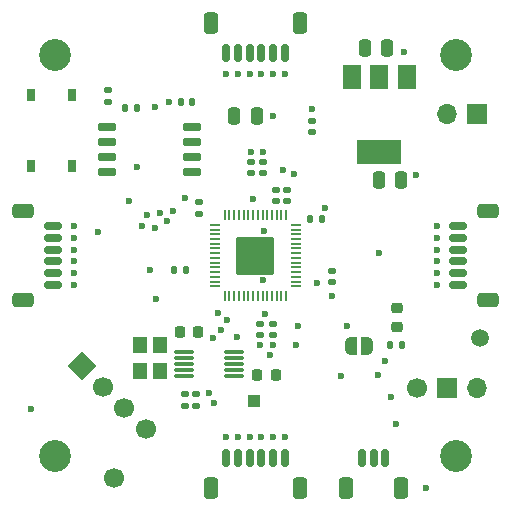
<source format=gts>
G04 #@! TF.GenerationSoftware,KiCad,Pcbnew,8.0.7*
G04 #@! TF.CreationDate,2025-03-19T21:21:16+01:00*
G04 #@! TF.ProjectId,RP2040_minimal_r2,52503230-3430-45f6-9d69-6e696d616c5f,REV2*
G04 #@! TF.SameCoordinates,Original*
G04 #@! TF.FileFunction,Soldermask,Top*
G04 #@! TF.FilePolarity,Negative*
%FSLAX46Y46*%
G04 Gerber Fmt 4.6, Leading zero omitted, Abs format (unit mm)*
G04 Created by KiCad (PCBNEW 8.0.7) date 2025-03-19 21:21:16*
%MOMM*%
%LPD*%
G01*
G04 APERTURE LIST*
G04 Aperture macros list*
%AMRoundRect*
0 Rectangle with rounded corners*
0 $1 Rounding radius*
0 $2 $3 $4 $5 $6 $7 $8 $9 X,Y pos of 4 corners*
0 Add a 4 corners polygon primitive as box body*
4,1,4,$2,$3,$4,$5,$6,$7,$8,$9,$2,$3,0*
0 Add four circle primitives for the rounded corners*
1,1,$1+$1,$2,$3*
1,1,$1+$1,$4,$5*
1,1,$1+$1,$6,$7*
1,1,$1+$1,$8,$9*
0 Add four rect primitives between the rounded corners*
20,1,$1+$1,$2,$3,$4,$5,0*
20,1,$1+$1,$4,$5,$6,$7,0*
20,1,$1+$1,$6,$7,$8,$9,0*
20,1,$1+$1,$8,$9,$2,$3,0*%
%AMHorizOval*
0 Thick line with rounded ends*
0 $1 width*
0 $2 $3 position (X,Y) of the first rounded end (center of the circle)*
0 $4 $5 position (X,Y) of the second rounded end (center of the circle)*
0 Add line between two ends*
20,1,$1,$2,$3,$4,$5,0*
0 Add two circle primitives to create the rounded ends*
1,1,$1,$2,$3*
1,1,$1,$4,$5*%
%AMRotRect*
0 Rectangle, with rotation*
0 The origin of the aperture is its center*
0 $1 length*
0 $2 width*
0 $3 Rotation angle, in degrees counterclockwise*
0 Add horizontal line*
21,1,$1,$2,0,0,$3*%
%AMFreePoly0*
4,1,19,0.500000,-0.750000,0.000000,-0.750000,0.000000,-0.744911,-0.071157,-0.744911,-0.207708,-0.704816,-0.327430,-0.627875,-0.420627,-0.520320,-0.479746,-0.390866,-0.500000,-0.250000,-0.500000,0.250000,-0.479746,0.390866,-0.420627,0.520320,-0.327430,0.627875,-0.207708,0.704816,-0.071157,0.744911,0.000000,0.744911,0.000000,0.750000,0.500000,0.750000,0.500000,-0.750000,0.500000,-0.750000,
$1*%
%AMFreePoly1*
4,1,19,0.000000,0.744911,0.071157,0.744911,0.207708,0.704816,0.327430,0.627875,0.420627,0.520320,0.479746,0.390866,0.500000,0.250000,0.500000,-0.250000,0.479746,-0.390866,0.420627,-0.520320,0.327430,-0.627875,0.207708,-0.704816,0.071157,-0.744911,0.000000,-0.744911,0.000000,-0.750000,-0.500000,-0.750000,-0.500000,0.750000,0.000000,0.750000,0.000000,0.744911,0.000000,0.744911,
$1*%
G04 Aperture macros list end*
%ADD10RoundRect,0.250000X-0.250000X-0.475000X0.250000X-0.475000X0.250000X0.475000X-0.250000X0.475000X0*%
%ADD11RoundRect,0.140000X0.170000X-0.140000X0.170000X0.140000X-0.170000X0.140000X-0.170000X-0.140000X0*%
%ADD12RoundRect,0.140000X0.140000X0.170000X-0.140000X0.170000X-0.140000X-0.170000X0.140000X-0.170000X0*%
%ADD13RoundRect,0.135000X0.135000X0.185000X-0.135000X0.185000X-0.135000X-0.185000X0.135000X-0.185000X0*%
%ADD14R,1.500000X2.000000*%
%ADD15R,3.800000X2.000000*%
%ADD16RoundRect,0.150000X-0.650000X-0.150000X0.650000X-0.150000X0.650000X0.150000X-0.650000X0.150000X0*%
%ADD17RoundRect,0.135000X0.185000X-0.135000X0.185000X0.135000X-0.185000X0.135000X-0.185000X-0.135000X0*%
%ADD18RoundRect,0.140000X-0.170000X0.140000X-0.170000X-0.140000X0.170000X-0.140000X0.170000X0.140000X0*%
%ADD19RoundRect,0.050000X-0.387500X-0.050000X0.387500X-0.050000X0.387500X0.050000X-0.387500X0.050000X0*%
%ADD20RoundRect,0.050000X-0.050000X-0.387500X0.050000X-0.387500X0.050000X0.387500X-0.050000X0.387500X0*%
%ADD21RoundRect,0.144000X-1.456000X-1.456000X1.456000X-1.456000X1.456000X1.456000X-1.456000X1.456000X0*%
%ADD22C,2.700000*%
%ADD23RoundRect,0.140000X-0.140000X-0.170000X0.140000X-0.170000X0.140000X0.170000X-0.140000X0.170000X0*%
%ADD24C,1.500000*%
%ADD25RoundRect,0.150000X0.150000X0.625000X-0.150000X0.625000X-0.150000X-0.625000X0.150000X-0.625000X0*%
%ADD26RoundRect,0.250000X0.350000X0.650000X-0.350000X0.650000X-0.350000X-0.650000X0.350000X-0.650000X0*%
%ADD27C,1.700000*%
%ADD28FreePoly0,180.000000*%
%ADD29FreePoly1,180.000000*%
%ADD30R,1.200000X1.400000*%
%ADD31RoundRect,0.135000X-0.185000X0.135000X-0.185000X-0.135000X0.185000X-0.135000X0.185000X0.135000X0*%
%ADD32RoundRect,0.218750X-0.256250X0.218750X-0.256250X-0.218750X0.256250X-0.218750X0.256250X0.218750X0*%
%ADD33R,1.000000X1.000000*%
%ADD34RoundRect,0.225000X-0.225000X-0.250000X0.225000X-0.250000X0.225000X0.250000X-0.225000X0.250000X0*%
%ADD35RoundRect,0.150000X0.625000X-0.150000X0.625000X0.150000X-0.625000X0.150000X-0.625000X-0.150000X0*%
%ADD36RoundRect,0.250000X0.650000X-0.350000X0.650000X0.350000X-0.650000X0.350000X-0.650000X-0.350000X0*%
%ADD37R,1.700000X1.700000*%
%ADD38O,1.700000X1.700000*%
%ADD39RoundRect,0.150000X-0.625000X0.150000X-0.625000X-0.150000X0.625000X-0.150000X0.625000X0.150000X0*%
%ADD40RoundRect,0.250000X-0.650000X0.350000X-0.650000X-0.350000X0.650000X-0.350000X0.650000X0.350000X0*%
%ADD41R,0.750000X1.000000*%
%ADD42RoundRect,0.087500X-0.725000X-0.087500X0.725000X-0.087500X0.725000X0.087500X-0.725000X0.087500X0*%
%ADD43RoundRect,0.150000X-0.150000X-0.625000X0.150000X-0.625000X0.150000X0.625000X-0.150000X0.625000X0*%
%ADD44RoundRect,0.250000X-0.350000X-0.650000X0.350000X-0.650000X0.350000X0.650000X-0.350000X0.650000X0*%
%ADD45RotRect,1.700000X1.700000X225.000000*%
%ADD46HorizOval,1.700000X0.000000X0.000000X0.000000X0.000000X0*%
%ADD47C,0.600000*%
G04 APERTURE END LIST*
D10*
X110450000Y-93600000D03*
X112350000Y-93600000D03*
D11*
X102700000Y-95380000D03*
X102700000Y-94420000D03*
X101700000Y-95380000D03*
X101700000Y-94420000D03*
D12*
X94095000Y-101200000D03*
X93135000Y-101200000D03*
X94615000Y-87000000D03*
X93655000Y-87000000D03*
D13*
X90010000Y-87500000D03*
X88990000Y-87500000D03*
D14*
X112800000Y-84900000D03*
X110500000Y-84900000D03*
D15*
X110500000Y-91200000D03*
D14*
X108200000Y-84900000D03*
D16*
X87400000Y-89095000D03*
X87400000Y-90365000D03*
X87400000Y-91635000D03*
X87400000Y-92905000D03*
X94600000Y-92905000D03*
X94600000Y-91635000D03*
X94600000Y-90365000D03*
X94600000Y-89095000D03*
D17*
X87500000Y-87010000D03*
X87500000Y-85990000D03*
D11*
X100600000Y-93000000D03*
X100600000Y-92040000D03*
D18*
X106500000Y-101290000D03*
X106500000Y-102250000D03*
X100381000Y-105770000D03*
X100381000Y-106730000D03*
X101500000Y-105770000D03*
X101500000Y-106730000D03*
D10*
X109250000Y-82400000D03*
X111150000Y-82400000D03*
D11*
X95200000Y-96460000D03*
X95200000Y-95500000D03*
X104800000Y-89545000D03*
X104800000Y-88585000D03*
D19*
X96562500Y-97400000D03*
X96562500Y-97800000D03*
X96562500Y-98200000D03*
X96562500Y-98600000D03*
X96562500Y-99000000D03*
X96562500Y-99400000D03*
X96562500Y-99800000D03*
X96562500Y-100200000D03*
X96562500Y-100600000D03*
X96562500Y-101000000D03*
X96562500Y-101400000D03*
X96562500Y-101800000D03*
X96562500Y-102200000D03*
X96562500Y-102600000D03*
D20*
X97400000Y-103437500D03*
X97800000Y-103437500D03*
X98200000Y-103437500D03*
X98600000Y-103437500D03*
X99000000Y-103437500D03*
X99400000Y-103437500D03*
X99800000Y-103437500D03*
X100200000Y-103437500D03*
X100600000Y-103437500D03*
X101000000Y-103437500D03*
X101400000Y-103437500D03*
X101800000Y-103437500D03*
X102200000Y-103437500D03*
X102600000Y-103437500D03*
D19*
X103437500Y-102600000D03*
X103437500Y-102200000D03*
X103437500Y-101800000D03*
X103437500Y-101400000D03*
X103437500Y-101000000D03*
X103437500Y-100600000D03*
X103437500Y-100200000D03*
X103437500Y-99800000D03*
X103437500Y-99400000D03*
X103437500Y-99000000D03*
X103437500Y-98600000D03*
X103437500Y-98200000D03*
X103437500Y-97800000D03*
X103437500Y-97400000D03*
D20*
X102600000Y-96562500D03*
X102200000Y-96562500D03*
X101800000Y-96562500D03*
X101400000Y-96562500D03*
X101000000Y-96562500D03*
X100600000Y-96562500D03*
X100200000Y-96562500D03*
X99800000Y-96562500D03*
X99400000Y-96562500D03*
X99000000Y-96562500D03*
X98600000Y-96562500D03*
X98200000Y-96562500D03*
X97800000Y-96562500D03*
X97400000Y-96562500D03*
D21*
X100000000Y-100000000D03*
D22*
X83000000Y-83000000D03*
X117000000Y-117000000D03*
D11*
X99600000Y-93000000D03*
X99600000Y-92040000D03*
D23*
X104640000Y-96900000D03*
X105600000Y-96900000D03*
D22*
X117000000Y-83000000D03*
X83000000Y-117000000D03*
D10*
X98200000Y-88200000D03*
X100100000Y-88200000D03*
D24*
X119000000Y-107000000D03*
D25*
X102500000Y-117175000D03*
X101500000Y-117175000D03*
X100500000Y-117175000D03*
X99500000Y-117175000D03*
X98500000Y-117175000D03*
X97500000Y-117175000D03*
D26*
X103800000Y-119700000D03*
X96200000Y-119700000D03*
D27*
X88000000Y-118800000D03*
D28*
X109400000Y-107700000D03*
D29*
X108100000Y-107700000D03*
D30*
X91950000Y-109800000D03*
X91950000Y-107600000D03*
X90250000Y-107600000D03*
X90250000Y-109800000D03*
D31*
X94000000Y-111690000D03*
X94000000Y-112710000D03*
D32*
X112000000Y-104450000D03*
X112000000Y-106025000D03*
D31*
X95000000Y-111690000D03*
X95000000Y-112710000D03*
D33*
X99900000Y-112300000D03*
D34*
X100150000Y-110100000D03*
X101700000Y-110100000D03*
D25*
X111000000Y-117175000D03*
X110000000Y-117175000D03*
X109000000Y-117175000D03*
D26*
X112300000Y-119700000D03*
X107700000Y-119700000D03*
D35*
X82825000Y-102500000D03*
X82825000Y-101500000D03*
X82825000Y-100500000D03*
X82825000Y-99500000D03*
X82825000Y-98500000D03*
X82825000Y-97500000D03*
D36*
X80300000Y-103800000D03*
X80300000Y-96200000D03*
D37*
X118775000Y-88000000D03*
D38*
X116235000Y-88000000D03*
D34*
X93625000Y-106500000D03*
X95175000Y-106500000D03*
D39*
X117175000Y-97500000D03*
X117175000Y-98500000D03*
X117175000Y-99500000D03*
X117175000Y-100500000D03*
X117175000Y-101500000D03*
X117175000Y-102500000D03*
D40*
X119700000Y-96200000D03*
X119700000Y-103800000D03*
D27*
X113675000Y-111200000D03*
D37*
X116215000Y-111200000D03*
D38*
X118754999Y-111200000D03*
D41*
X81000000Y-92400000D03*
X81000000Y-86400000D03*
X84500000Y-92400000D03*
X84500000Y-86400000D03*
D13*
X112400000Y-107537500D03*
X111380000Y-107537500D03*
D42*
X93987500Y-108200000D03*
X93987500Y-108700000D03*
X93987500Y-109200000D03*
X93987500Y-109700000D03*
X93987500Y-110200000D03*
X98212500Y-110200000D03*
X98212500Y-109700000D03*
X98212500Y-109200000D03*
X98212500Y-108700000D03*
X98212500Y-108200000D03*
D43*
X97500000Y-82825000D03*
X98500000Y-82825000D03*
X99500000Y-82825000D03*
X100500000Y-82825000D03*
X101500000Y-82825000D03*
X102500000Y-82825000D03*
D44*
X96200000Y-80300000D03*
X103800000Y-80300000D03*
D45*
X85312994Y-109312994D03*
D46*
X87109045Y-111109045D03*
X88905096Y-112905096D03*
X90701148Y-114701148D03*
D47*
X112600000Y-82800000D03*
X99600000Y-91205008D03*
X98400000Y-106900000D03*
X86700000Y-98000000D03*
X81000000Y-113000000D03*
X106500000Y-103400000D03*
X101500000Y-88200000D03*
X101500000Y-107547004D03*
X94000000Y-95100000D03*
X91100000Y-101200000D03*
X103300000Y-93125000D03*
X104800000Y-87570000D03*
X102300000Y-92800000D03*
X92650000Y-86970000D03*
X90000000Y-92500000D03*
X100380994Y-107546990D03*
X105900000Y-96000000D03*
X114400000Y-119700000D03*
X113600000Y-93200000D03*
X111500000Y-112000000D03*
X100600000Y-91205000D03*
X91500000Y-87400000D03*
X91600000Y-103700000D03*
X89300000Y-95400000D03*
X99800000Y-95199994D03*
X100700000Y-97900000D03*
X100800000Y-104965000D03*
X100599970Y-102100000D03*
X96100000Y-111600000D03*
X96400000Y-107000000D03*
X96500000Y-112500000D03*
X97100000Y-106300000D03*
X97600000Y-105500000D03*
X96800000Y-104900000D03*
X84600000Y-102500000D03*
X84600000Y-101500000D03*
X84600000Y-100500000D03*
X84600000Y-99500000D03*
X84600000Y-98500000D03*
X84600000Y-97500000D03*
X97500000Y-84600000D03*
X90400000Y-97500000D03*
X90800000Y-96600000D03*
X98500000Y-84600000D03*
X91500000Y-97700000D03*
X99500000Y-84600000D03*
X100500000Y-84600000D03*
X91900000Y-96400000D03*
X101500000Y-84600000D03*
X92500000Y-97100000D03*
X102500000Y-84600000D03*
X93000000Y-96250000D03*
X115400000Y-97500000D03*
X115400000Y-98500000D03*
X115400000Y-99500000D03*
X115400000Y-100500000D03*
X110500000Y-99750000D03*
X115400000Y-101500000D03*
X115400000Y-102500000D03*
X102500000Y-115400000D03*
X101500000Y-115400000D03*
X105200000Y-102300000D03*
X107750000Y-106000000D03*
X100500000Y-115400000D03*
X99500000Y-115400000D03*
X98500000Y-115400000D03*
X97500000Y-115400000D03*
X103600000Y-106000000D03*
X110408732Y-110091268D03*
X103400000Y-107600000D03*
X111900000Y-114300000D03*
X107200000Y-110200000D03*
X101200000Y-108400000D03*
X111000000Y-108900000D03*
M02*

</source>
